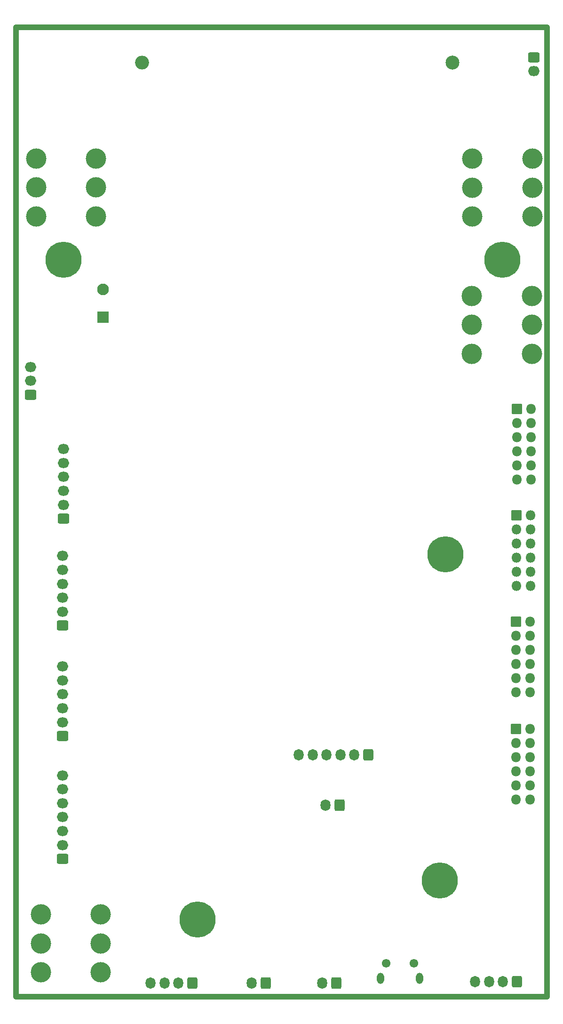
<source format=gbr>
G04 #@! TF.GenerationSoftware,KiCad,Pcbnew,(6.0.4)*
G04 #@! TF.CreationDate,2022-11-09T23:51:20-08:00*
G04 #@! TF.ProjectId,BMS_02,424d535f-3032-42e6-9b69-6361645f7063,rev?*
G04 #@! TF.SameCoordinates,Original*
G04 #@! TF.FileFunction,Soldermask,Bot*
G04 #@! TF.FilePolarity,Negative*
%FSLAX46Y46*%
G04 Gerber Fmt 4.6, Leading zero omitted, Abs format (unit mm)*
G04 Created by KiCad (PCBNEW (6.0.4)) date 2022-11-09 23:51:20*
%MOMM*%
%LPD*%
G01*
G04 APERTURE LIST*
G04 Aperture macros list*
%AMRoundRect*
0 Rectangle with rounded corners*
0 $1 Rounding radius*
0 $2 $3 $4 $5 $6 $7 $8 $9 X,Y pos of 4 corners*
0 Add a 4 corners polygon primitive as box body*
4,1,4,$2,$3,$4,$5,$6,$7,$8,$9,$2,$3,0*
0 Add four circle primitives for the rounded corners*
1,1,$1+$1,$2,$3*
1,1,$1+$1,$4,$5*
1,1,$1+$1,$6,$7*
1,1,$1+$1,$8,$9*
0 Add four rect primitives between the rounded corners*
20,1,$1+$1,$2,$3,$4,$5,0*
20,1,$1+$1,$4,$5,$6,$7,0*
20,1,$1+$1,$6,$7,$8,$9,0*
20,1,$1+$1,$8,$9,$2,$3,0*%
G04 Aperture macros list end*
%ADD10C,1.000000*%
%ADD11C,1.550000*%
%ADD12O,1.300000X2.000000*%
%ADD13C,2.500000*%
%ADD14O,2.500000X2.500000*%
%ADD15C,3.670000*%
%ADD16RoundRect,0.300000X0.725000X-0.600000X0.725000X0.600000X-0.725000X0.600000X-0.725000X-0.600000X0*%
%ADD17O,2.050000X1.800000*%
%ADD18RoundRect,0.300000X0.600000X0.725000X-0.600000X0.725000X-0.600000X-0.725000X0.600000X-0.725000X0*%
%ADD19O,1.800000X2.050000*%
%ADD20RoundRect,0.300000X0.600000X0.750000X-0.600000X0.750000X-0.600000X-0.750000X0.600000X-0.750000X0*%
%ADD21O,1.800000X2.100000*%
%ADD22RoundRect,0.300000X-0.750000X0.600000X-0.750000X-0.600000X0.750000X-0.600000X0.750000X0.600000X0*%
%ADD23O,2.100000X1.800000*%
%ADD24RoundRect,0.050000X-0.850000X-0.850000X0.850000X-0.850000X0.850000X0.850000X-0.850000X0.850000X0*%
%ADD25O,1.800000X1.800000*%
%ADD26C,0.900000*%
%ADD27C,6.500000*%
%ADD28RoundRect,0.050000X1.000000X-1.000000X1.000000X1.000000X-1.000000X1.000000X-1.000000X-1.000000X0*%
%ADD29C,2.100000*%
G04 APERTURE END LIST*
D10*
X22850000Y-14425000D02*
X22850000Y-188900000D01*
X118425000Y-14425000D02*
X22850000Y-14425000D01*
X118425000Y-14425000D02*
X118425000Y-188900000D01*
X22850000Y-188900000D02*
X118425000Y-188900000D01*
D11*
X94450000Y-182900000D03*
D12*
X95450000Y-185600000D03*
X88450000Y-185600000D03*
D11*
X89450000Y-182900000D03*
D13*
X101346000Y-20828000D03*
D14*
X45466000Y-20828000D03*
D15*
X38075000Y-184500000D03*
X38075000Y-174080000D03*
X27275000Y-174080000D03*
X27275000Y-184500000D03*
X27275000Y-179290000D03*
X38075000Y-179290000D03*
X115675000Y-68015000D03*
X104875000Y-62805000D03*
X115675000Y-73225000D03*
X115675000Y-62805000D03*
X104875000Y-68015000D03*
X104875000Y-73225000D03*
X26414000Y-38060000D03*
X26414000Y-48480000D03*
X37214000Y-38060000D03*
X26414000Y-43270000D03*
X37214000Y-43270000D03*
X37214000Y-48480000D03*
D16*
X31165000Y-164075000D03*
D17*
X31165000Y-161575000D03*
X31165000Y-159075000D03*
X31165000Y-156575000D03*
X31165000Y-154075000D03*
X31165000Y-151575000D03*
X31165000Y-149075000D03*
D16*
X31165000Y-141977000D03*
D17*
X31165000Y-139477000D03*
X31165000Y-136977000D03*
X31165000Y-134477000D03*
X31165000Y-131977000D03*
X31165000Y-129477000D03*
D16*
X31165000Y-122085000D03*
D17*
X31165000Y-119585000D03*
X31165000Y-117085000D03*
X31165000Y-114585000D03*
X31165000Y-112085000D03*
X31165000Y-109585000D03*
D18*
X54533000Y-186427000D03*
D19*
X52033000Y-186427000D03*
X49533000Y-186427000D03*
X47033000Y-186427000D03*
D20*
X80441000Y-186427000D03*
D21*
X77941000Y-186427000D03*
D22*
X116001000Y-19843000D03*
D23*
X116001000Y-22343000D03*
D20*
X67741000Y-186427000D03*
D21*
X65241000Y-186427000D03*
D24*
X112800000Y-140675000D03*
D25*
X115340000Y-140675000D03*
X112800000Y-143215000D03*
X115340000Y-143215000D03*
X112800000Y-145755000D03*
X115340000Y-145755000D03*
X112800000Y-148295000D03*
X115340000Y-148295000D03*
X112800000Y-150835000D03*
X115340000Y-150835000D03*
X112800000Y-153375000D03*
X115340000Y-153375000D03*
D24*
X112800000Y-121425000D03*
D25*
X115340000Y-121425000D03*
X112800000Y-123965000D03*
X115340000Y-123965000D03*
X112800000Y-126505000D03*
X115340000Y-126505000D03*
X112800000Y-129045000D03*
X115340000Y-129045000D03*
X112800000Y-131585000D03*
X115340000Y-131585000D03*
X112800000Y-134125000D03*
X115340000Y-134125000D03*
D24*
X112875000Y-102300000D03*
D25*
X115415000Y-102300000D03*
X112875000Y-104840000D03*
X115415000Y-104840000D03*
X112875000Y-107380000D03*
X115415000Y-107380000D03*
X112875000Y-109920000D03*
X115415000Y-109920000D03*
X112875000Y-112460000D03*
X115415000Y-112460000D03*
X112875000Y-115000000D03*
X115415000Y-115000000D03*
D24*
X112960000Y-83095000D03*
D25*
X115500000Y-83095000D03*
X112960000Y-85635000D03*
X115500000Y-85635000D03*
X112960000Y-88175000D03*
X115500000Y-88175000D03*
X112960000Y-90715000D03*
X115500000Y-90715000D03*
X112960000Y-93255000D03*
X115500000Y-93255000D03*
X112960000Y-95795000D03*
X115500000Y-95795000D03*
D18*
X112953000Y-186173000D03*
D19*
X110453000Y-186173000D03*
X107953000Y-186173000D03*
X105453000Y-186173000D03*
D18*
X86231000Y-145400000D03*
D19*
X83731000Y-145400000D03*
X81231000Y-145400000D03*
X78731000Y-145400000D03*
X76231000Y-145400000D03*
X73731000Y-145400000D03*
D16*
X31375000Y-102861000D03*
D17*
X31375000Y-100361000D03*
X31375000Y-97861000D03*
X31375000Y-95361000D03*
X31375000Y-92861000D03*
X31375000Y-90361000D03*
D26*
X100822056Y-169672056D03*
X96725000Y-167975000D03*
X97427944Y-169672056D03*
X100822056Y-166277944D03*
D27*
X99125000Y-167975000D03*
D26*
X99125000Y-170375000D03*
X99125000Y-165575000D03*
X101525000Y-167975000D03*
X97427944Y-166277944D03*
D27*
X55525000Y-174950000D03*
D26*
X57925000Y-174950000D03*
X53827944Y-176647056D03*
X55525000Y-177350000D03*
X57222056Y-176647056D03*
X53125000Y-174950000D03*
X57222056Y-173252944D03*
X53827944Y-173252944D03*
X55525000Y-172550000D03*
X108702944Y-57997056D03*
X110400000Y-53900000D03*
X108702944Y-54602944D03*
X110400000Y-58700000D03*
D27*
X110400000Y-56300000D03*
D26*
X112097056Y-54602944D03*
X112097056Y-57997056D03*
X108000000Y-56300000D03*
X112800000Y-56300000D03*
X100100000Y-111650000D03*
X98402944Y-107552944D03*
X100100000Y-106850000D03*
X97700000Y-109250000D03*
X102500000Y-109250000D03*
X101797056Y-107552944D03*
X98402944Y-110947056D03*
D27*
X100100000Y-109250000D03*
D26*
X101797056Y-110947056D03*
X28950000Y-56300000D03*
X33047056Y-54602944D03*
D27*
X31350000Y-56300000D03*
D26*
X33047056Y-57997056D03*
X29652944Y-54602944D03*
X31350000Y-53900000D03*
X33750000Y-56300000D03*
X29652944Y-57997056D03*
X31350000Y-58700000D03*
D20*
X81025000Y-154425000D03*
D21*
X78525000Y-154425000D03*
D15*
X115750000Y-48520000D03*
X115750000Y-38100000D03*
X104950000Y-48520000D03*
X104950000Y-38100000D03*
X115750000Y-43310000D03*
X104950000Y-43310000D03*
D28*
X38450000Y-66617677D03*
D29*
X38450000Y-61617677D03*
D16*
X25475000Y-80575000D03*
D17*
X25475000Y-78075000D03*
X25475000Y-75575000D03*
M02*

</source>
